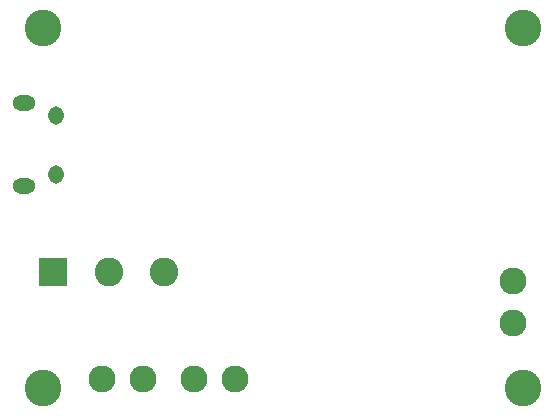
<source format=gbr>
G04 EAGLE Gerber RS-274X export*
G75*
%MOMM*%
%FSLAX34Y34*%
%LPD*%
%INSoldermask Bottom*%
%IPPOS*%
%AMOC8*
5,1,8,0,0,1.08239X$1,22.5*%
G01*
%ADD10C,3.101600*%
%ADD11C,1.309600*%
%ADD12C,1.371600*%
%ADD13C,2.286000*%
%ADD14R,2.426600X2.426600*%
%ADD15C,2.426600*%


D10*
X30000Y30000D03*
X30000Y334800D03*
X436400Y334800D03*
X436400Y30000D03*
D11*
X41402Y261902D03*
X41402Y259362D03*
X41402Y260632D03*
X41402Y212118D03*
X41402Y209578D03*
X41402Y211102D03*
D12*
X17018Y270792D03*
X17018Y200688D03*
X11938Y270792D03*
X14224Y270792D03*
X11938Y200688D03*
X14478Y200688D03*
D13*
X192955Y37744D03*
X157955Y37744D03*
X427990Y120108D03*
X427990Y85108D03*
X115231Y37744D03*
X80231Y37744D03*
D14*
X38852Y128016D03*
D15*
X85852Y128016D03*
X132852Y128016D03*
M02*

</source>
